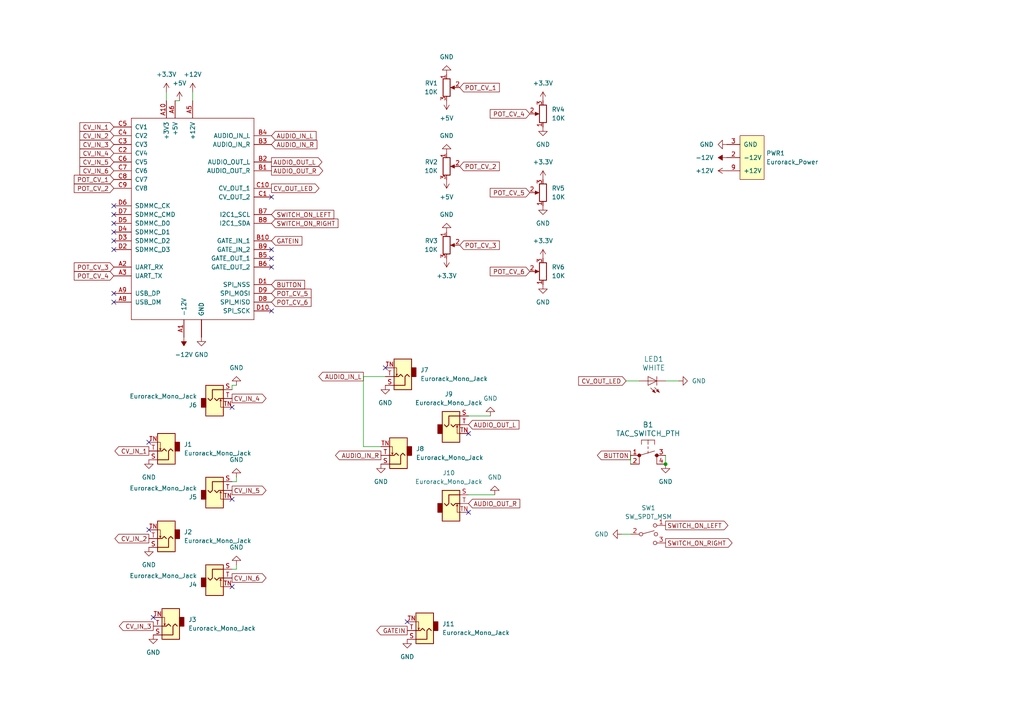
<source format=kicad_sch>
(kicad_sch (version 20230121) (generator eeschema)
  (paper "A4")
  (title_block (title "Lichen Medium") (date "2024-01-03") (rev "1.0") (company "Lichen Community Systems") (comment 1 "Copyright 2024 Colin Clark"))
  (lib_symbols
    (symbol "Device:R_Potentiometer" (pin_names (offset 1.016) hide)
      (property "Reference" "RV" (at -4.445 0 90))
      (property "Value" "R_Potentiometer" (at -2.54 0 90))
      (symbol "R_Potentiometer_0_1"
        (polyline (pts (xy 2.54 0) (xy 1.524 0)))
        (polyline (pts (xy 1.143 0) (xy 2.286 0.508) (xy 2.286 -0.508) (xy 1.143 0)) (fill (type outline)))
        (rectangle (start 1.016 2.54) (end -1.016 -2.54) (stroke (width 0.254)))
      )
      (symbol "R_Potentiometer_1_1"
        (pin passive line (at 0 3.81 270) (length 1.27) (name "1") (number "1"))
        (pin passive line (at 3.81 0 180) (length 1.27) (name "2") (number "2"))
        (pin passive line (at 0 -3.81 90) (length 1.27) (name "3") (number "3"))
      )
    )
    (symbol "ES_Daisy_Patch_SM_FB_Rev1-eagle-import:ES_DAISY_PATCH_SM_REV1" (pin_names (offset 1.016))
      (symbol "ES_DAISY_PATCH_SM_REV1_1_0"
        (polyline (pts (xy -17.78 -30.48) (xy 17.78 -30.48)))
        (polyline (pts (xy -17.78 27.94) (xy -17.78 -30.48)))
        (polyline (pts (xy 17.78 -30.48) (xy 17.78 27.94)))
        (polyline (pts (xy 17.78 27.94) (xy -17.78 27.94)))
        (pin bidirectional line (at -2.54 -35.56 90) (length 5.08) (name "-12V") (number "A1"))
        (pin bidirectional line (at -7.62 33.02 270) (length 5.08) (name "+3V3") (number "A10"))
        (pin bidirectional line (at -22.86 -15.24 0) (length 5.08) (name "UART_RX") (number "A2"))
        (pin bidirectional line (at -22.86 -17.78 0) (length 5.08) (name "UART_TX") (number "A3"))
        (pin bidirectional line (at 2.54 -35.56 90) (length 5.08) (name "GND") (number "A4"))
        (pin bidirectional line (at 0 33.02 270) (length 5.08) (name "+12V") (number "A5"))
        (pin bidirectional line (at -5.08 33.02 270) (length 5.08) (name "+5V") (number "A6"))
        (pin bidirectional line (at 2.54 -35.56 90) (length 5.08) (name "GND") (number "A7"))
        (pin bidirectional line (at -22.86 -25.4 0) (length 5.08) (name "USB_DM") (number "A8"))
        (pin bidirectional line (at -22.86 -22.86 0) (length 5.08) (name "USB_DP") (number "A9"))
        (pin bidirectional line (at 22.86 12.7 180) (length 5.08) (name "AUDIO_OUT_R") (number "B1"))
        (pin bidirectional line (at 22.86 -7.62 180) (length 5.08) (name "GATE_IN_1") (number "B10"))
        (pin bidirectional line (at 22.86 15.24 180) (length 5.08) (name "AUDIO_OUT_L") (number "B2"))
        (pin bidirectional line (at 22.86 20.32 180) (length 5.08) (name "AUDIO_IN_R") (number "B3"))
        (pin bidirectional line (at 22.86 22.86 180) (length 5.08) (name "AUDIO_IN_L") (number "B4"))
        (pin bidirectional line (at 22.86 -12.7 180) (length 5.08) (name "GATE_OUT_1") (number "B5"))
        (pin bidirectional line (at 22.86 -15.24 180) (length 5.08) (name "GATE_OUT_2") (number "B6"))
        (pin bidirectional line (at 22.86 0 180) (length 5.08) (name "I2C1_SCL") (number "B7"))
        (pin bidirectional line (at 22.86 -2.54 180) (length 5.08) (name "I2C1_SDA") (number "B8"))
        (pin bidirectional line (at 22.86 -10.16 180) (length 5.08) (name "GATE_IN_2") (number "B9"))
        (pin bidirectional line (at 22.86 5.08 180) (length 5.08) (name "CV_OUT_2") (number "C1"))
        (pin bidirectional line (at 22.86 7.62 180) (length 5.08) (name "CV_OUT_1") (number "C10"))
        (pin bidirectional line (at -22.86 17.78 0) (length 5.08) (name "CV4") (number "C2"))
        (pin bidirectional line (at -22.86 20.32 0) (length 5.08) (name "CV3") (number "C3"))
        (pin bidirectional line (at -22.86 22.86 0) (length 5.08) (name "CV2") (number "C4"))
        (pin bidirectional line (at -22.86 25.4 0) (length 5.08) (name "CV1") (number "C5"))
        (pin bidirectional line (at -22.86 15.24 0) (length 5.08) (name "CV5") (number "C6"))
        (pin bidirectional line (at -22.86 12.7 0) (length 5.08) (name "CV6") (number "C7"))
        (pin bidirectional line (at -22.86 10.16 0) (length 5.08) (name "CV7") (number "C8"))
        (pin bidirectional line (at -22.86 7.62 0) (length 5.08) (name "CV8") (number "C9"))
        (pin bidirectional line (at 22.86 -20.32 180) (length 5.08) (name "SPI_NSS") (number "D1"))
        (pin bidirectional line (at 22.86 -27.94 180) (length 5.08) (name "SPI_SCK") (number "D10"))
        (pin bidirectional line (at -22.86 -10.16 0) (length 5.08) (name "SDMMC_D3") (number "D2"))
        (pin bidirectional line (at -22.86 -7.62 0) (length 5.08) (name "SDMMC_D2") (number "D3"))
        (pin bidirectional line (at -22.86 -5.08 0) (length 5.08) (name "SDMMC_D1") (number "D4"))
        (pin bidirectional line (at -22.86 -2.54 0) (length 5.08) (name "SDMMC_D0") (number "D5"))
        (pin bidirectional line (at -22.86 2.54 0) (length 5.08) (name "SDMMC_CK") (number "D6"))
        (pin bidirectional line (at -22.86 0 0) (length 5.08) (name "SDMMC_CMD") (number "D7"))
        (pin bidirectional line (at 22.86 -25.4 180) (length 5.08) (name "SPI_MISO") (number "D8"))
        (pin bidirectional line (at 22.86 -22.86 180) (length 5.08) (name "SPI_MOSI") (number "D9"))
      )
    )
    (symbol "ES_Daisy_Patch_SM_FB_Rev1-eagle-import:LED" (pin_names (offset 1.016))
      (property "Reference" "LED" (at 3.556 -4.572 90))
      (property "Value" "LED" (at 5.715 -4.572 90))
      (symbol "LED_1_0"
        (polyline (pts (xy -2.032 -0.762) (xy -3.429 -2.159)))
        (polyline (pts (xy -1.905 -1.905) (xy -3.302 -3.302)))
        (polyline (pts (xy 0 -2.54) (xy -1.27 -2.54)))
        (polyline (pts (xy 0 -2.54) (xy -1.27 0)))
        (polyline (pts (xy 0 0) (xy -1.27 0)))
        (polyline (pts (xy 0 0) (xy 0 -2.54)))
        (polyline (pts (xy 1.27 -2.54) (xy 0 -2.54)))
        (polyline (pts (xy 1.27 0) (xy 0 -2.54)))
        (polyline (pts (xy 1.27 0) (xy 0 0)))
        (polyline (pts (xy -3.429 -2.159) (xy -3.048 -1.27) (xy -2.54 -1.778)) (fill (type outline)))
        (polyline (pts (xy -3.302 -3.302) (xy -2.921 -2.413) (xy -2.413 -2.921)) (fill (type outline)))
        (pin passive line (at 0 2.54 270) (length 2.54) (name "A") (number "A"))
        (pin passive line (at 0 -5.08 90) (length 2.54) (name "C") (number "K"))
      )
    )
    (symbol "ES_Daisy_Patch_SM_FB_Rev1-eagle-import:TAC_SWITCH_PTH" (pin_names (offset 1.016))
      (property "Reference" "S" (at -2.54 6.35 0))
      (property "Value" "TAC_SWITCH_PTH" (at -2.54 -6.35 0))
      (symbol "TAC_SWITCH_PTH_1_0"
        (circle (center -2.54 0) (radius 0.127) (stroke (width 0.4064)))
        (polyline (pts (xy -2.54 -2.54) (xy -2.54 0)))
        (polyline (pts (xy -2.54 0) (xy 1.905 1.27)))
        (polyline (pts (xy -1.905 4.445) (xy -1.905 3.175)))
        (polyline (pts (xy 0 1.27) (xy 0 0.635)))
        (polyline (pts (xy 0 2.54) (xy 0 1.905)))
        (polyline (pts (xy 0 4.445) (xy -1.905 4.445)))
        (polyline (pts (xy 0 4.445) (xy 0 3.175)))
        (polyline (pts (xy 1.905 0) (xy 2.54 0)))
        (polyline (pts (xy 1.905 4.445) (xy 0 4.445)))
        (polyline (pts (xy 1.905 4.445) (xy 1.905 3.175)))
        (polyline (pts (xy 2.54 -2.54) (xy 2.54 0)))
        (circle (center 2.54 0) (radius 0.127) (stroke (width 0.4064)))
        (pin passive line (at -5.08 0 0) (length 2.54) (name "1") (number "1"))
        (pin passive line (at -5.08 -2.54 0) (length 2.54) (name "2") (number "2"))
        (pin passive line (at 5.08 0 180) (length 2.54) (name "3") (number "3"))
        (pin passive line (at 5.08 -2.54 180) (length 2.54) (name "4") (number "4"))
      )
    )
    (symbol "Switch:SW_SPDT_MSM" (pin_names (offset 0) hide)
      (property "Reference" "SW" (at 0 5.08 0))
      (property "Value" "SW_SPDT_MSM" (at 0 -5.08 0))
      (symbol "SW_SPDT_MSM_0_0"
        (circle (center -2.032 0) (radius 0.508))
        (polyline (pts (xy -1.524 0.127) (xy 1.778 1.016)))
        (circle (center 2.032 -2.54) (radius 0.508))
      )
      (symbol "SW_SPDT_MSM_0_1"
        (circle (center 2.032 2.54) (radius 0.508))
        (circle (center 2.286 0) (radius 0.508))
      )
      (symbol "SW_SPDT_MSM_1_1"
        (pin passive line (at 5.08 2.54 180) (length 2.54) (name "1") (number "1"))
        (pin passive line (at -5.08 0 0) (length 2.54) (name "2") (number "2"))
        (pin passive line (at 5.08 -2.54 180) (length 2.54) (name "3") (number "3"))
      )
    )
    (symbol "power:+12V" (power) (pin_names (offset 0))
      (property "Value" "+12V" (at 0 3.556 0))
      (symbol "+12V_0_1"
        (polyline (pts (xy -0.762 1.27) (xy 0 2.54)))
        (polyline (pts (xy 0 0) (xy 0 2.54)))
        (polyline (pts (xy 0 2.54) (xy 0.762 1.27)))
      )
      (symbol "+12V_1_1"
        (pin power_in line (at 0 0 90) (length 0) hide (name "+12V") (number "1"))
      )
    )
    (symbol "power:+3.3V" (power) (pin_names (offset 0))
      (property "Value" "+3.3V" (at 0 3.556 0))
      (symbol "+3.3V_0_1"
        (polyline (pts (xy -0.762 1.27) (xy 0 2.54)))
        (polyline (pts (xy 0 0) (xy 0 2.54)))
        (polyline (pts (xy 0 2.54) (xy 0.762 1.27)))
      )
      (symbol "+3.3V_1_1"
        (pin power_in line (at 0 0 90) (length 0) hide (name "+3.3V") (number "1"))
      )
    )
    (symbol "power:+5V" (power) (pin_names (offset 0))
      (property "Value" "+5V" (at 0 3.556 0))
      (symbol "+5V_0_1"
        (polyline (pts (xy -0.762 1.27) (xy 0 2.54)))
        (polyline (pts (xy 0 0) (xy 0 2.54)))
        (polyline (pts (xy 0 2.54) (xy 0.762 1.27)))
      )
      (symbol "+5V_1_1"
        (pin power_in line (at 0 0 90) (length 0) hide (name "+5V") (number "1"))
      )
    )
    (symbol "power:-12V" (power) (pin_names (offset 0))
      (property "Value" "-12V" (at 0 3.81 0))
      (symbol "-12V_0_0"
        (pin power_in line (at 0 0 90) (length 0) hide (name "-12V") (number "1"))
      )
      (symbol "-12V_0_1"
        (polyline (pts (xy 0 0) (xy 0 1.27) (xy 0.762 1.27) (xy 0 2.54) (xy -0.762 1.27) (xy 0 1.27)) (fill (type outline)))
      )
    )
    (symbol "power:GND" (power) (pin_names (offset 0))
      (property "Value" "GND" (at 0 -3.81 0))
      (symbol "GND_0_1"
        (polyline (pts (xy 0 0) (xy 0 -1.27) (xy 1.27 -1.27) (xy 0 -2.54) (xy -1.27 -1.27) (xy 0 -1.27)))
      )
      (symbol "GND_1_1"
        (pin power_in line (at 0 0 270) (length 0) hide (name "GND") (number "1"))
      )
    )
    (symbol "winterbloom:Eurorack_Mono_Jack" (pin_names hide)
      (property "Reference" "J" (at 3.302 -4.064 0))
      (property "Value" "Eurorack_Mono_Jack" (at 0 5.08 0))
      (symbol "Eurorack_Mono_Jack_0_1"
        (rectangle (start -2.54 -5.08) (end 2.54 3.81) (stroke (width 0.254)) (fill (type background)))
        (polyline (pts (xy -1.778 -1.016) (xy -2.032 -0.508)))
        (polyline (pts (xy -2.54 1.27) (xy -1.778 1.27) (xy -1.778 -1.016) (xy -1.524 -0.508)))
        (polyline (pts (xy 0 -1.27) (xy -0.635 -0.635) (xy -1.27 -1.27) (xy -2.54 -1.27)) (stroke (width 0.254)))
        (polyline (pts (xy -2.54 -3.81) (xy 0.635 -3.81) (xy 0.635 -1.27) (xy 1.27 -0.635) (xy 1.905 -1.27)) (stroke (width 0.254)))
        (rectangle (start 2.54 -1.27) (end 3.81 1.27) (stroke (width 0.254)) (fill (type outline)))
      )
      (symbol "Eurorack_Mono_Jack_1_1"
        (pin passive line (at -5.08 -3.81 0) (length 2.54) (name "Sleeve") (number "S"))
        (pin passive line (at -5.08 -1.27 0) (length 2.54) (name "Tip") (number "T"))
        (pin passive line (at -5.08 1.27 0) (length 2.54) (name "Tip_normalize") (number "TN"))
      )
    )
    (symbol "winterbloom:Eurorack_Power" (pin_names (offset 1.016))
      (property "Reference" "J" (at -0.635 7.62 0))
      (property "Value" "Eurorack_Power" (at 0 -7.62 0))
      (symbol "Eurorack_Power_0_1"
        (rectangle (start -3.175 6.35) (end 3.81 -6.35) (fill (type background)))
      )
      (symbol "Eurorack_Power_1_1"
        (pin power_out line (at 7.62 0 180) (length 3.81) hide (name "-12V") (number "1"))
        (pin passive line (at 7.62 3.81 180) (length 3.81) hide (name "+12V") (number "10"))
        (pin passive line (at 7.62 0 180) (length 3.81) (name "-12V") (number "2"))
        (pin power_out line (at 7.62 -3.81 180) (length 3.81) (name "GND") (number "3"))
        (pin passive line (at 7.62 -3.81 180) (length 3.81) hide (name "GND") (number "4"))
        (pin passive line (at 7.62 -3.81 180) (length 3.81) hide (name "GND") (number "5"))
        (pin passive line (at 7.62 -3.81 180) (length 3.81) hide (name "GND") (number "6"))
        (pin passive line (at 7.62 -3.81 180) (length 3.81) hide (name "GND") (number "7"))
        (pin passive line (at 7.62 -3.81 180) (length 3.81) hide (name "GND") (number "8"))
        (pin power_out line (at 7.62 3.81 180) (length 3.81) (name "+12V") (number "9"))
      )
    )
  )
  (junction (at 193.04 134.62))
  (no_connect (at 67.31 144.78))
  (no_connect (at 43.18 153.67))
  (no_connect (at 33.02 64.77))
  (no_connect (at 33.02 87.63))
  (no_connect (at 33.02 67.31))
  (no_connect (at 78.74 74.93))
  (no_connect (at 78.74 77.47))
  (no_connect (at 43.18 128.27))
  (no_connect (at 67.31 118.11))
  (no_connect (at 118.11 180.34))
  (no_connect (at 44.45 179.07))
  (no_connect (at 78.74 90.17))
  (no_connect (at 135.89 148.59))
  (no_connect (at 111.76 106.68))
  (no_connect (at 33.02 72.39))
  (no_connect (at 33.02 59.69))
  (no_connect (at 78.74 57.15))
  (no_connect (at 33.02 69.85))
  (no_connect (at 67.31 170.18))
  (no_connect (at 33.02 62.23))
  (no_connect (at 135.89 125.73))
  (no_connect (at 78.74 72.39))
  (no_connect (at 33.02 85.09))
  (wire (pts (xy 67.31 111.76) (xy 67.31 113.03)))
  (wire (pts (xy 48.26 26.67) (xy 48.26 29.21)))
  (wire (pts (xy 143.51 143.51) (xy 135.89 143.51)))
  (wire (pts (xy 68.58 111.76) (xy 67.31 111.76)))
  (wire (pts (xy 180.34 154.94) (xy 182.88 154.94)))
  (wire (pts (xy 68.58 165.1) (xy 67.31 165.1)))
  (wire (pts (xy 68.58 139.7) (xy 67.31 139.7)))
  (wire (pts (xy 111.76 109.22) (xy 105.41 109.22)))
  (wire (pts (xy 55.88 26.67) (xy 55.88 29.21)))
  (wire (pts (xy 142.24 120.65) (xy 135.89 120.65)))
  (wire (pts (xy 105.41 109.22) (xy 105.41 129.54)))
  (wire (pts (xy 193.04 132.08) (xy 193.04 134.62)))
  (wire (pts (xy 105.41 129.54) (xy 110.49 129.54)))
  (wire (pts (xy 68.58 138.43) (xy 68.58 139.7)))
  (wire (pts (xy 181.61 110.49) (xy 185.42 110.49)))
  (wire (pts (xy 182.88 132.08) (xy 182.88 134.62)))
  (wire (pts (xy 196.85 110.49) (xy 193.04 110.49)))
  (wire (pts (xy 52.07 29.21) (xy 50.8 29.21)))
  (wire (pts (xy 68.58 163.83) (xy 68.58 165.1)))
  (global_label "AUDIO_IN_R" (shape output) (at 110.49 132.08 180) (property "Intersheetrefs" "${INTERSHEET_REFS}" (effects hide)))
  (global_label "AUDIO_OUT_L" (shape output) (at 78.74 46.99 0) (property "Intersheetrefs" "${INTERSHEET_REFS}" (effects hide)))
  (global_label "CV_IN_3" (shape output) (at 44.45 181.61 180) (property "Intersheetrefs" "${INTERSHEET_REFS}" (effects hide)))
  (global_label "POT_CV_1" (shape input) (at 133.35 25.4 0) (property "Intersheetrefs" "${INTERSHEET_REFS}" (effects hide)))
  (global_label "SWITCH_ON_LEFT" (shape output) (at 193.04 152.4 0) (property "Intersheetrefs" "${INTERSHEET_REFS}" (effects hide)))
  (global_label "CV_IN_2" (shape input) (at 33.02 39.37 180) (property "Intersheetrefs" "${INTERSHEET_REFS}" (effects hide)))
  (global_label "SWITCH_ON_LEFT" (shape input) (at 78.74 62.23 0) (property "Intersheetrefs" "${INTERSHEET_REFS}" (effects hide)))
  (global_label "GATEIN" (shape input) (at 78.74 69.85 0) (property "Intersheetrefs" "${INTERSHEET_REFS}" (effects hide)))
  (global_label "CV_IN_1" (shape input) (at 33.02 36.83 180) (property "Intersheetrefs" "${INTERSHEET_REFS}" (effects hide)))
  (global_label "CV_IN_4" (shape output) (at 67.31 115.57 0) (property "Intersheetrefs" "${INTERSHEET_REFS}" (effects hide)))
  (global_label "CV_OUT_LED" (shape input) (at 181.61 110.49 180) (property "Intersheetrefs" "${INTERSHEET_REFS}" (effects hide)))
  (global_label "CV_IN_1" (shape output) (at 43.18 130.81 180) (property "Intersheetrefs" "${INTERSHEET_REFS}" (effects hide)))
  (global_label "AUDIO_IN_R" (shape input) (at 78.74 41.91 0) (property "Intersheetrefs" "${INTERSHEET_REFS}" (effects hide)))
  (global_label "POT_CV_5" (shape input) (at 78.74 85.09 0) (property "Intersheetrefs" "${INTERSHEET_REFS}" (effects hide)))
  (global_label "CV_IN_6" (shape input) (at 33.02 49.53 180) (property "Intersheetrefs" "${INTERSHEET_REFS}" (effects hide)))
  (global_label "CV_IN_2" (shape output) (at 43.18 156.21 180) (property "Intersheetrefs" "${INTERSHEET_REFS}" (effects hide)))
  (global_label "AUDIO_IN_L" (shape input) (at 78.74 39.37 0) (property "Intersheetrefs" "${INTERSHEET_REFS}" (effects hide)))
  (global_label "POT_CV_4" (shape input) (at 153.67 33.02 180) (property "Intersheetrefs" "${INTERSHEET_REFS}" (effects hide)))
  (global_label "POT_CV_4" (shape input) (at 33.02 80.01 180) (property "Intersheetrefs" "${INTERSHEET_REFS}" (effects hide)))
  (global_label "POT_CV_2" (shape input) (at 33.02 54.61 180) (property "Intersheetrefs" "${INTERSHEET_REFS}" (effects hide)))
  (global_label "GATEIN" (shape output) (at 118.11 182.88 180) (property "Intersheetrefs" "${INTERSHEET_REFS}" (effects hide)))
  (global_label "POT_CV_6" (shape input) (at 78.74 87.63 0) (property "Intersheetrefs" "${INTERSHEET_REFS}" (effects hide)))
  (global_label "AUDIO_OUT_R" (shape output) (at 78.74 49.53 0) (property "Intersheetrefs" "${INTERSHEET_REFS}" (effects hide)))
  (global_label "POT_CV_1" (shape input) (at 33.02 52.07 180) (property "Intersheetrefs" "${INTERSHEET_REFS}" (effects hide)))
  (global_label "POT_CV_3" (shape input) (at 133.35 71.12 0) (property "Intersheetrefs" "${INTERSHEET_REFS}" (effects hide)))
  (global_label "CV_OUT_LED" (shape output) (at 78.74 54.61 0) (property "Intersheetrefs" "${INTERSHEET_REFS}" (effects hide)))
  (global_label "POT_CV_2" (shape input) (at 133.35 48.26 0) (property "Intersheetrefs" "${INTERSHEET_REFS}" (effects hide)))
  (global_label "BUTTON" (shape input) (at 78.74 82.55 0) (property "Intersheetrefs" "${INTERSHEET_REFS}" (effects hide)))
  (global_label "SWITCH_ON_RIGHT" (shape output) (at 193.04 157.48 0) (property "Intersheetrefs" "${INTERSHEET_REFS}" (effects hide)))
  (global_label "CV_IN_5" (shape output) (at 67.31 142.24 0) (property "Intersheetrefs" "${INTERSHEET_REFS}" (effects hide)))
  (global_label "AUDIO_IN_L" (shape output) (at 105.41 109.22 180) (property "Intersheetrefs" "${INTERSHEET_REFS}" (effects hide)))
  (global_label "AUDIO_OUT_R" (shape input) (at 135.89 146.05 0) (property "Intersheetrefs" "${INTERSHEET_REFS}" (effects hide)))
  (global_label "BUTTON" (shape output) (at 182.88 132.08 180) (property "Intersheetrefs" "${INTERSHEET_REFS}" (effects hide)))
  (global_label "POT_CV_6" (shape input) (at 153.67 78.74 180) (property "Intersheetrefs" "${INTERSHEET_REFS}" (effects hide)))
  (global_label "POT_CV_3" (shape input) (at 33.02 77.47 180) (property "Intersheetrefs" "${INTERSHEET_REFS}" (effects hide)))
  (global_label "CV_IN_5" (shape input) (at 33.02 46.99 180) (property "Intersheetrefs" "${INTERSHEET_REFS}" (effects hide)))
  (global_label "CV_IN_3" (shape input) (at 33.02 41.91 180) (property "Intersheetrefs" "${INTERSHEET_REFS}" (effects hide)))
  (global_label "SWITCH_ON_RIGHT" (shape input) (at 78.74 64.77 0) (property "Intersheetrefs" "${INTERSHEET_REFS}" (effects hide)))
  (global_label "AUDIO_OUT_L" (shape input) (at 135.89 123.19 0) (property "Intersheetrefs" "${INTERSHEET_REFS}" (effects hide)))
  (global_label "CV_IN_6" (shape output) (at 67.31 167.64 0) (property "Intersheetrefs" "${INTERSHEET_REFS}" (effects hide)))
  (global_label "CV_IN_4" (shape input) (at 33.02 44.45 180) (property "Intersheetrefs" "${INTERSHEET_REFS}" (effects hide)))
  (global_label "POT_CV_5" (shape input) (at 153.67 55.88 180) (property "Intersheetrefs" "${INTERSHEET_REFS}" (effects hide)))
  (symbol (lib_id "power:GND") (at 193.04 134.62 0) (unit 1)
    (property "Reference" "#PWR029" (effects hide))
    (property "Value" "GND" (at 193.04 139.7 0))
  )
  (symbol (lib_id "power:+5V") (at 129.54 52.07 180) (unit 1)
    (property "Reference" "#PWR07" (effects hide))
    (property "Value" "+5V" (at 129.54 57.15 0))
  )
  (symbol (lib_id "winterbloom:Eurorack_Mono_Jack") (at 48.26 154.94 0) (unit 1)
    (property "Reference" "J2" (at 53.34 154.305 0) (effects (justify left)))
    (property "Value" "Eurorack_Mono_Jack" (at 53.34 156.845 0) (effects (justify left)))
    (property "Footprint" "winterbloom:AudioJack_WQP518MA" (effects hide))
    (property "Datasheet" "http://www.qingpu-electronics.com/en/products/WQP-PJ398SM-362.html" (effects hide))
    (property "MPN" "WQP-WQP518MA" (effects hide))
  )
  (symbol (lib_id "power:GND") (at 210.82 41.91 270) (unit 1)
    (property "Reference" "#PWR034" (effects hide))
    (property "Value" "GND" (at 207.01 41.91 90) (effects (justify right)))
  )
  (symbol (lib_id "winterbloom:Eurorack_Mono_Jack") (at 130.81 147.32 180) (unit 1)
    (property "Reference" "J10" (at 130.175 137.16 0))
    (property "Value" "Eurorack_Mono_Jack" (at 130.175 139.7 0))
    (property "Footprint" "winterbloom:AudioJack_WQP518MA" (effects hide))
    (property "Datasheet" "http://www.qingpu-electronics.com/en/products/WQP-PJ398SM-362.html" (effects hide))
    (property "MPN" "WQP-WQP518MA" (effects hide))
  )
  (symbol (lib_id "power:GND") (at 58.42 97.79 0) (unit 1)
    (property "Reference" "#PWR05" (effects hide))
    (property "Value" "GND" (at 58.42 102.87 0))
  )
  (symbol (lib_id "winterbloom:Eurorack_Mono_Jack") (at 130.81 124.46 180) (unit 1)
    (property "Reference" "J9" (at 130.175 114.3 0))
    (property "Value" "Eurorack_Mono_Jack" (at 130.175 116.84 0))
    (property "Footprint" "winterbloom:AudioJack_WQP518MA" (effects hide))
    (property "Datasheet" "http://www.qingpu-electronics.com/en/products/WQP-PJ398SM-362.html" (effects hide))
    (property "MPN" "WQP-WQP518MA" (effects hide))
  )
  (symbol (lib_id "Device:R_Potentiometer") (at 129.54 25.4 0) (unit 1)
    (property "Reference" "RV1" (at 127 24.13 0) (effects (justify right)))
    (property "Value" "10K" (at 127 26.67 0) (effects (justify right)))
    (property "Footprint" "ES_Daisy_Patch_SM_FB_Rev1:9MM_SNAP-IN_POT_SILK" (effects hide))
  )
  (symbol (lib_id "power:GND") (at 43.18 133.35 0) (unit 1)
    (property "Reference" "#PWR018" (effects hide))
    (property "Value" "GND" (at 43.18 138.43 0))
  )
  (symbol (lib_id "power:GND") (at 157.48 59.69 0) (unit 1)
    (property "Reference" "#PWR013" (effects hide))
    (property "Value" "GND" (at 157.48 64.77 0))
  )
  (symbol (lib_id "winterbloom:Eurorack_Mono_Jack") (at 116.84 107.95 0) (unit 1)
    (property "Reference" "J7" (at 121.92 107.315 0) (effects (justify left)))
    (property "Value" "Eurorack_Mono_Jack" (at 121.92 109.855 0) (effects (justify left)))
    (property "Footprint" "winterbloom:AudioJack_WQP518MA" (effects hide))
    (property "Datasheet" "http://www.qingpu-electronics.com/en/products/WQP-PJ398SM-362.html" (effects hide))
    (property "MPN" "WQP-WQP518MA" (effects hide))
  )
  (symbol (lib_id "power:GND") (at 118.11 185.42 0) (unit 1)
    (property "Reference" "#PWR028" (effects hide))
    (property "Value" "GND" (at 118.11 190.5 0))
  )
  (symbol (lib_id "power:GND") (at 129.54 44.45 180) (unit 1)
    (property "Reference" "#PWR016" (effects hide))
    (property "Value" "GND" (at 129.54 39.37 0))
  )
  (symbol (lib_id "power:GND") (at 68.58 111.76 180) (unit 1)
    (property "Reference" "#PWR021" (effects hide))
    (property "Value" "GND" (at 68.58 106.68 0))
  )
  (symbol (lib_id "winterbloom:Eurorack_Mono_Jack") (at 115.57 130.81 0) (unit 1)
    (property "Reference" "J8" (at 120.65 130.175 0) (effects (justify left)))
    (property "Value" "Eurorack_Mono_Jack" (at 120.65 132.715 0) (effects (justify left)))
    (property "Footprint" "winterbloom:AudioJack_WQP518MA" (effects hide))
    (property "Datasheet" "http://www.qingpu-electronics.com/en/products/WQP-PJ398SM-362.html" (effects hide))
    (property "MPN" "WQP-WQP518MA" (effects hide))
  )
  (symbol (lib_id "power:GND") (at 111.76 111.76 0) (unit 1)
    (property "Reference" "#PWR024" (effects hide))
    (property "Value" "GND" (at 111.76 116.84 0))
  )
  (symbol (lib_id "power:GND") (at 157.48 82.55 0) (unit 1)
    (property "Reference" "#PWR012" (effects hide))
    (property "Value" "GND" (at 157.48 87.63 0))
  )
  (symbol (lib_id "power:GND") (at 44.45 184.15 0) (unit 1)
    (property "Reference" "#PWR020" (effects hide))
    (property "Value" "GND" (at 44.45 189.23 0))
  )
  (symbol (lib_id "power:GND") (at 129.54 21.59 180) (unit 1)
    (property "Reference" "#PWR017" (effects hide))
    (property "Value" "GND" (at 129.54 16.51 0))
  )
  (symbol (lib_id "power:+12V") (at 55.88 26.67 0) (unit 1)
    (property "Reference" "#PWR01" (effects hide))
    (property "Value" "+12V" (at 55.88 21.59 0))
  )
  (symbol (lib_id "power:GND") (at 180.34 154.94 270) (unit 1)
    (property "Reference" "#PWR030" (effects hide))
    (property "Value" "GND" (at 176.53 154.94 90) (effects (justify right)))
  )
  (symbol (lib_id "winterbloom:Eurorack_Mono_Jack") (at 62.23 143.51 180) (unit 1)
    (property "Reference" "J5" (at 57.15 144.145 0) (effects (justify left)))
    (property "Value" "Eurorack_Mono_Jack" (at 57.15 141.605 0) (effects (justify left)))
    (property "Footprint" "winterbloom:AudioJack_WQP518MA" (effects hide))
    (property "Datasheet" "http://www.qingpu-electronics.com/en/products/WQP-PJ398SM-362.html" (effects hide))
    (property "MPN" "WQP-WQP518MA" (effects hide))
  )
  (symbol (lib_id "Device:R_Potentiometer") (at 129.54 71.12 0) (unit 1)
    (property "Reference" "RV3" (at 127 69.85 0) (effects (justify right)))
    (property "Value" "10K" (at 127 72.39 0) (effects (justify right)))
    (property "Footprint" "ES_Daisy_Patch_SM_FB_Rev1:9MM_SNAP-IN_POT_SILK" (effects hide))
  )
  (symbol (lib_id "Switch:SW_SPDT_MSM") (at 187.96 154.94 0) (unit 1)
    (property "Reference" "SW1" (at 188.087 147.32 0))
    (property "Value" "SW_SPDT_MSM" (at 188.087 149.86 0))
    (property "Footprint" "PCM_4ms_Switch:Switch_Toggle_SPDT_SubMini" (effects hide))
  )
  (symbol (lib_id "power:GND") (at 142.24 120.65 180) (unit 1)
    (property "Reference" "#PWR027" (effects hide))
    (property "Value" "GND" (at 142.24 115.57 0))
  )
  (symbol (lib_id "power:GND") (at 68.58 163.83 180) (unit 1)
    (property "Reference" "#PWR023" (effects hide))
    (property "Value" "GND" (at 68.58 158.75 0))
  )
  (symbol (lib_id "power:GND") (at 157.48 36.83 0) (unit 1)
    (property "Reference" "#PWR014" (effects hide))
    (property "Value" "GND" (at 157.48 41.91 0))
  )
  (symbol (lib_id "power:GND") (at 68.58 138.43 180) (unit 1)
    (property "Reference" "#PWR022" (effects hide))
    (property "Value" "GND" (at 68.58 133.35 0))
  )
  (symbol (lib_id "power:+3.3V") (at 157.48 74.93 0) (unit 1)
    (property "Reference" "#PWR011" (effects hide))
    (property "Value" "+3.3V" (at 157.48 69.85 0))
  )
  (symbol (lib_id "power:-12V") (at 210.82 45.72 90) (unit 1)
    (property "Reference" "#PWR033" (effects hide))
    (property "Value" "-12V" (at 207.01 45.72 90) (effects (justify left)))
  )
  (symbol (lib_id "power:+12V") (at 210.82 49.53 90) (unit 1)
    (property "Reference" "#PWR032" (effects hide))
    (property "Value" "+12V" (at 207.01 49.53 90) (effects (justify left)))
  )
  (symbol (lib_id "winterbloom:Eurorack_Power") (at 218.44 45.72 180) (unit 1)
    (property "Reference" "PWR1" (at 222.25 44.45 0) (effects (justify right)))
    (property "Value" "Eurorack_Power" (at 222.25 46.99 0) (effects (justify right)))
    (property "Footprint" "winterbloom:Eurorack_Power_2x5_Shrouded_Lock" (effects hide))
    (property "Datasheet" "https://static6.arrow.com/aropdfconversion/1507f1621f4e67855dd466ebb3ac550d52564a9d/32302-sxx1.pdf" (effects hide))
    (property "MPN" "302-S101" (effects hide))
  )
  (symbol (lib_id "power:GND") (at 129.54 67.31 180) (unit 1)
    (property "Reference" "#PWR015" (effects hide))
    (property "Value" "GND" (at 129.54 62.23 0))
  )
  (symbol (lib_id "power:+3.3V") (at 48.26 26.67 0) (unit 1)
    (property "Reference" "#PWR04" (effects hide))
    (property "Value" "+3.3V" (at 48.26 21.59 0))
  )
  (symbol (lib_id "power:GND") (at 43.18 158.75 0) (unit 1)
    (property "Reference" "#PWR019" (effects hide))
    (property "Value" "GND" (at 43.18 163.83 0))
  )
  (symbol (lib_id "winterbloom:Eurorack_Mono_Jack") (at 62.23 116.84 180) (unit 1)
    (property "Reference" "J6" (at 57.15 117.475 0) (effects (justify left)))
    (property "Value" "Eurorack_Mono_Jack" (at 57.15 114.935 0) (effects (justify left)))
    (property "Footprint" "winterbloom:AudioJack_WQP518MA" (effects hide))
    (property "Datasheet" "http://www.qingpu-electronics.com/en/products/WQP-PJ398SM-362.html" (effects hide))
    (property "MPN" "WQP-WQP518MA" (effects hide))
  )
  (symbol (lib_id "ES_Daisy_Patch_SM_FB_Rev1-eagle-import:LED") (at 187.96 110.49 90) (unit 1)
    (property "Reference" "LED1" (at 189.611 104.14 90) (effects (font (size 1.4986 1.4986))))
    (property "Value" "WHITE" (at 189.611 106.68 90) (effects (font (size 1.4986 1.4986))))
    (property "Footprint" "LED_THT:LED_D5.0mm_Clear" (effects hide))
  )
  (symbol (lib_id "power:-12V") (at 53.34 97.79 180) (unit 1)
    (property "Reference" "#PWR02" (effects hide))
    (property "Value" "-12V" (at 53.34 102.87 0))
  )
  (symbol (lib_id "winterbloom:Eurorack_Mono_Jack") (at 49.53 180.34 0) (unit 1)
    (property "Reference" "J3" (at 54.61 179.705 0) (effects (justify left)))
    (property "Value" "Eurorack_Mono_Jack" (at 54.61 182.245 0) (effects (justify left)))
    (property "Footprint" "winterbloom:AudioJack_WQP518MA" (effects hide))
    (property "Datasheet" "http://www.qingpu-electronics.com/en/products/WQP-PJ398SM-362.html" (effects hide))
    (property "MPN" "WQP-WQP518MA" (effects hide))
  )
  (symbol (lib_id "Device:R_Potentiometer") (at 157.48 33.02 180) (unit 1)
    (property "Reference" "RV4" (at 160.02 31.75 0) (effects (justify right)))
    (property "Value" "10K" (at 160.02 34.29 0) (effects (justify right)))
    (property "Footprint" "ES_Daisy_Patch_SM_FB_Rev1:9MM_SNAP-IN_POT_SILK" (effects hide))
  )
  (symbol (lib_id "power:GND") (at 110.49 134.62 0) (unit 1)
    (property "Reference" "#PWR025" (effects hide))
    (property "Value" "GND" (at 110.49 139.7 0))
  )
  (symbol (lib_id "power:+3.3V") (at 129.54 74.93 180) (unit 1)
    (property "Reference" "#PWR08" (effects hide))
    (property "Value" "+3.3V" (at 129.54 80.01 0))
  )
  (symbol (lib_id "ES_Daisy_Patch_SM_FB_Rev1-eagle-import:ES_DAISY_PATCH_SM_REV1") (at 55.88 62.23 0) (unit 1)
    (property "Reference" "MCU1" (effects hide))
    (property "Value" "ES_DAISY_PATCH_SM_REV1" (effects hide))
    (property "Footprint" "ES_Daisy_Patch_SM_FB_Rev1:ES_DAISY_PATCH_SM_REV1" (effects hide))
  )
  (symbol (lib_id "ES_Daisy_Patch_SM_FB_Rev1-eagle-import:TAC_SWITCH_PTH") (at 187.96 132.08 0) (unit 1)
    (property "Reference" "B1" (at 187.96 123.19 0) (effects (font (size 1.4986 1.4986))))
    (property "Value" "TAC_SWITCH_PTH" (at 187.96 125.73 0) (effects (font (size 1.4986 1.4986))))
    (property "Footprint" "ES_Daisy_Patch_SM_FB_Rev1:TL1105SPF250Q_SILK" (effects hide))
  )
  (symbol (lib_id "power:+5V") (at 52.07 29.21 0) (unit 1)
    (property "Reference" "#PWR03" (effects hide))
    (property "Value" "+5V" (at 52.07 24.13 0))
  )
  (symbol (lib_id "power:+5V") (at 129.54 29.21 180) (unit 1)
    (property "Reference" "#PWR06" (effects hide))
    (property "Value" "+5V" (at 129.54 34.29 0))
  )
  (symbol (lib_id "power:+3.3V") (at 157.48 52.07 0) (unit 1)
    (property "Reference" "#PWR010" (effects hide))
    (property "Value" "+3.3V" (at 157.48 46.99 0))
  )
  (symbol (lib_id "power:GND") (at 196.85 110.49 90) (unit 1)
    (property "Reference" "#PWR031" (effects hide))
    (property "Value" "GND" (at 200.66 110.49 90) (effects (justify right)))
  )
  (symbol (lib_id "winterbloom:Eurorack_Mono_Jack") (at 48.26 129.54 0) (unit 1)
    (property "Reference" "J1" (at 53.34 128.905 0) (effects (justify left)))
    (property "Value" "Eurorack_Mono_Jack" (at 53.34 131.445 0) (effects (justify left)))
    (property "Footprint" "winterbloom:AudioJack_WQP518MA" (effects hide))
    (property "Datasheet" "http://www.qingpu-electronics.com/en/products/WQP-PJ398SM-362.html" (effects hide))
    (property "MPN" "WQP-WQP518MA" (effects hide))
  )
  (symbol (lib_id "Device:R_Potentiometer") (at 157.48 55.88 180) (unit 1)
    (property "Reference" "RV5" (at 160.02 54.61 0) (effects (justify right)))
    (property "Value" "10K" (at 160.02 57.15 0) (effects (justify right)))
    (property "Footprint" "ES_Daisy_Patch_SM_FB_Rev1:9MM_SNAP-IN_POT_SILK" (effects hide))
  )
  (symbol (lib_id "winterbloom:Eurorack_Mono_Jack") (at 123.19 181.61 0) (unit 1)
    (property "Reference" "J11" (at 128.27 180.975 0) (effects (justify left)))
    (property "Value" "Eurorack_Mono_Jack" (at 128.27 183.515 0) (effects (justify left)))
    (property "Footprint" "winterbloom:AudioJack_WQP518MA" (effects hide))
    (property "Datasheet" "http://www.qingpu-electronics.com/en/products/WQP-PJ398SM-362.html" (effects hide))
    (property "MPN" "WQP-WQP518MA" (effects hide))
  )
  (symbol (lib_id "Device:R_Potentiometer") (at 129.54 48.26 0) (unit 1)
    (property "Reference" "RV2" (at 127 46.99 0) (effects (justify right)))
    (property "Value" "10K" (at 127 49.53 0) (effects (justify right)))
    (property "Footprint" "ES_Daisy_Patch_SM_FB_Rev1:9MM_SNAP-IN_POT_SILK" (effects hide))
  )
  (symbol (lib_id "winterbloom:Eurorack_Mono_Jack") (at 62.23 168.91 180) (unit 1)
    (property "Reference" "J4" (at 57.15 169.545 0) (effects (justify left)))
    (property "Value" "Eurorack_Mono_Jack" (at 57.15 167.005 0) (effects (justify left)))
    (property "Footprint" "winterbloom:AudioJack_WQP518MA" (effects hide))
    (property "Datasheet" "http://www.qingpu-electronics.com/en/products/WQP-PJ398SM-362.html" (effects hide))
    (property "MPN" "WQP-WQP518MA" (effects hide))
  )
  (symbol (lib_id "power:GND") (at 143.51 143.51 180) (unit 1)
    (property "Reference" "#PWR026" (effects hide))
    (property "Value" "GND" (at 143.51 138.43 0))
  )
  (symbol (lib_id "power:+3.3V") (at 157.48 29.21 0) (unit 1)
    (property "Reference" "#PWR09" (effects hide))
    (property "Value" "+3.3V" (at 157.48 24.13 0))
  )
  (symbol (lib_id "Device:R_Potentiometer") (at 157.48 78.74 180) (unit 1)
    (property "Reference" "RV6" (at 160.02 77.47 0) (effects (justify right)))
    (property "Value" "10K" (at 160.02 80.01 0) (effects (justify right)))
    (property "Footprint" "ES_Daisy_Patch_SM_FB_Rev1:9MM_SNAP-IN_POT_SILK" (effects hide))
  )
)
</source>
